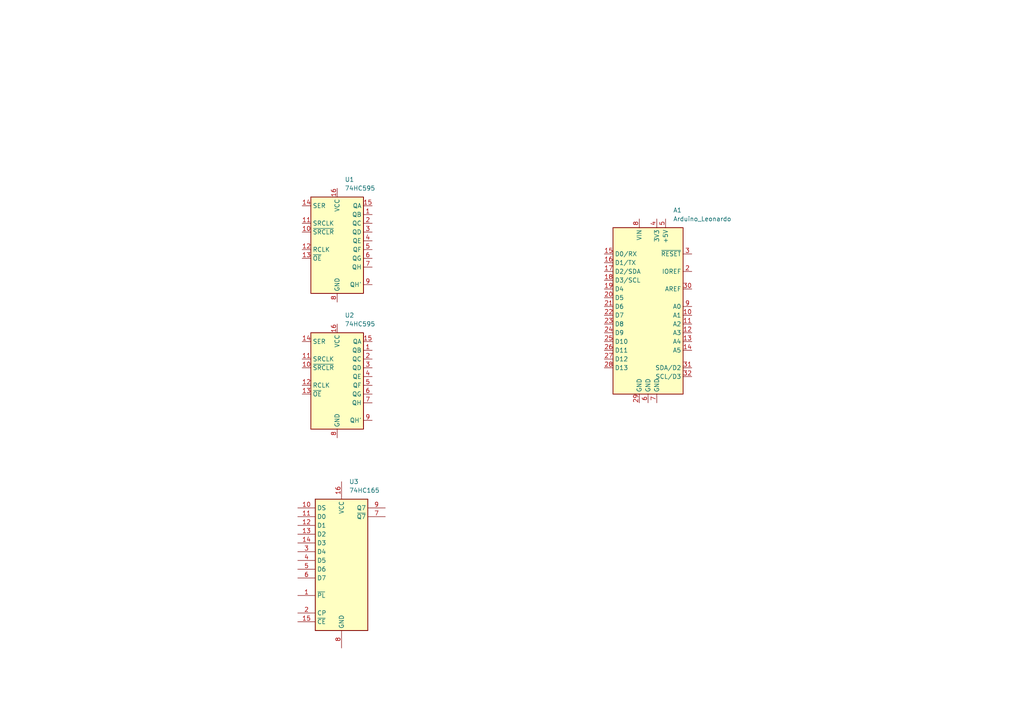
<source format=kicad_sch>
(kicad_sch (version 20230121) (generator eeschema)
  (paper "A4")
  (lib_symbols
    (symbol "74xx:74HC165"
      (property "Reference" "U" (at -7.62 19.05 0))
      (property "Value" "74HC165" (at -7.62 -21.59 0))
      (symbol "74HC165_1_0"
        (pin input line (at -12.7 -10.16 0) (length 5.08) (name "~{PL}") (number "1"))
        (pin input line (at -12.7 15.24 0) (length 5.08) (name "DS") (number "10"))
        (pin input line (at -12.7 12.7 0) (length 5.08) (name "D0") (number "11"))
        (pin input line (at -12.7 10.16 0) (length 5.08) (name "D1") (number "12"))
        (pin input line (at -12.7 7.62 0) (length 5.08) (name "D2") (number "13"))
        (pin input line (at -12.7 5.08 0) (length 5.08) (name "D3") (number "14"))
        (pin input line (at -12.7 -17.78 0) (length 5.08) (name "~{CE}") (number "15"))
        (pin power_in line (at 0 22.86 270) (length 5.08) (name "VCC") (number "16"))
        (pin input line (at -12.7 -15.24 0) (length 5.08) (name "CP") (number "2"))
        (pin input line (at -12.7 2.54 0) (length 5.08) (name "D4") (number "3"))
        (pin input line (at -12.7 0 0) (length 5.08) (name "D5") (number "4"))
        (pin input line (at -12.7 -2.54 0) (length 5.08) (name "D6") (number "5"))
        (pin input line (at -12.7 -5.08 0) (length 5.08) (name "D7") (number "6"))
        (pin output line (at 12.7 12.7 180) (length 5.08) (name "~{Q7}") (number "7"))
        (pin power_in line (at 0 -25.4 90) (length 5.08) (name "GND") (number "8"))
        (pin output line (at 12.7 15.24 180) (length 5.08) (name "Q7") (number "9"))
      )
      (symbol "74HC165_1_1"
        (rectangle (start -7.62 17.78) (end 7.62 -20.32) (stroke (width 0.254)) (fill (type background)))
      )
    )
    (symbol "74xx:74HC595"
      (property "Reference" "U" (at -7.62 13.97 0))
      (property "Value" "74HC595" (at -7.62 -16.51 0))
      (symbol "74HC595_1_0"
        (pin tri_state line (at 10.16 7.62 180) (length 2.54) (name "QB") (number "1"))
        (pin input line (at -10.16 2.54 0) (length 2.54) (name "~{SRCLR}") (number "10"))
        (pin input line (at -10.16 5.08 0) (length 2.54) (name "SRCLK") (number "11"))
        (pin input line (at -10.16 -2.54 0) (length 2.54) (name "RCLK") (number "12"))
        (pin input line (at -10.16 -5.08 0) (length 2.54) (name "~{OE}") (number "13"))
        (pin input line (at -10.16 10.16 0) (length 2.54) (name "SER") (number "14"))
        (pin tri_state line (at 10.16 10.16 180) (length 2.54) (name "QA") (number "15"))
        (pin power_in line (at 0 15.24 270) (length 2.54) (name "VCC") (number "16"))
        (pin tri_state line (at 10.16 5.08 180) (length 2.54) (name "QC") (number "2"))
        (pin tri_state line (at 10.16 2.54 180) (length 2.54) (name "QD") (number "3"))
        (pin tri_state line (at 10.16 0 180) (length 2.54) (name "QE") (number "4"))
        (pin tri_state line (at 10.16 -2.54 180) (length 2.54) (name "QF") (number "5"))
        (pin tri_state line (at 10.16 -5.08 180) (length 2.54) (name "QG") (number "6"))
        (pin tri_state line (at 10.16 -7.62 180) (length 2.54) (name "QH") (number "7"))
        (pin power_in line (at 0 -17.78 90) (length 2.54) (name "GND") (number "8"))
        (pin output line (at 10.16 -12.7 180) (length 2.54) (name "QH'") (number "9"))
      )
      (symbol "74HC595_1_1"
        (rectangle (start -7.62 12.7) (end 7.62 -15.24) (stroke (width 0.254)) (fill (type background)))
      )
    )
    (symbol "MCU_Module:Arduino_Leonardo"
      (property "Reference" "A" (at -10.16 23.495 0))
      (property "Value" "Arduino_Leonardo" (at 5.08 -26.67 0))
      (symbol "Arduino_Leonardo_0_1"
        (rectangle (start -10.16 22.86) (end 10.16 -25.4) (stroke (width 0.254)) (fill (type background)))
      )
      (symbol "Arduino_Leonardo_1_1"
        (pin no_connect line (at -10.16 -20.32 0) (length 2.54) hide (name "NC") (number "1"))
        (pin bidirectional line (at 12.7 -2.54 180) (length 2.54) (name "A1") (number "10"))
        (pin bidirectional line (at 12.7 -5.08 180) (length 2.54) (name "A2") (number "11"))
        (pin bidirectional line (at 12.7 -7.62 180) (length 2.54) (name "A3") (number "12"))
        (pin bidirectional line (at 12.7 -10.16 180) (length 2.54) (name "A4") (number "13"))
        (pin bidirectional line (at 12.7 -12.7 180) (length 2.54) (name "A5") (number "14"))
        (pin bidirectional line (at -12.7 15.24 0) (length 2.54) (name "D0/RX") (number "15"))
        (pin bidirectional line (at -12.7 12.7 0) (length 2.54) (name "D1/TX") (number "16"))
        (pin bidirectional line (at -12.7 10.16 0) (length 2.54) (name "D2/SDA") (number "17"))
        (pin bidirectional line (at -12.7 7.62 0) (length 2.54) (name "D3/SCL") (number "18"))
        (pin bidirectional line (at -12.7 5.08 0) (length 2.54) (name "D4") (number "19"))
        (pin output line (at 12.7 10.16 180) (length 2.54) (name "IOREF") (number "2"))
        (pin bidirectional line (at -12.7 2.54 0) (length 2.54) (name "D5") (number "20"))
        (pin bidirectional line (at -12.7 0 0) (length 2.54) (name "D6") (number "21"))
        (pin bidirectional line (at -12.7 -2.54 0) (length 2.54) (name "D7") (number "22"))
        (pin bidirectional line (at -12.7 -5.08 0) (length 2.54) (name "D8") (number "23"))
        (pin bidirectional line (at -12.7 -7.62 0) (length 2.54) (name "D9") (number "24"))
        (pin bidirectional line (at -12.7 -10.16 0) (length 2.54) (name "D10") (number "25"))
        (pin bidirectional line (at -12.7 -12.7 0) (length 2.54) (name "D11") (number "26"))
        (pin bidirectional line (at -12.7 -15.24 0) (length 2.54) (name "D12") (number "27"))
        (pin bidirectional line (at -12.7 -17.78 0) (length 2.54) (name "D13") (number "28"))
        (pin power_in line (at -2.54 -27.94 90) (length 2.54) (name "GND") (number "29"))
        (pin input line (at 12.7 15.24 180) (length 2.54) (name "~{RESET}") (number "3"))
        (pin input line (at 12.7 5.08 180) (length 2.54) (name "AREF") (number "30"))
        (pin bidirectional line (at 12.7 -17.78 180) (length 2.54) (name "SDA/D2") (number "31"))
        (pin bidirectional line (at 12.7 -20.32 180) (length 2.54) (name "SCL/D3") (number "32"))
        (pin power_out line (at 2.54 25.4 270) (length 2.54) (name "3V3") (number "4"))
        (pin power_out line (at 5.08 25.4 270) (length 2.54) (name "+5V") (number "5"))
        (pin power_in line (at 0 -27.94 90) (length 2.54) (name "GND") (number "6"))
        (pin power_in line (at 2.54 -27.94 90) (length 2.54) (name "GND") (number "7"))
        (pin power_in line (at -2.54 25.4 270) (length 2.54) (name "VIN") (number "8"))
        (pin bidirectional line (at 12.7 0 180) (length 2.54) (name "A0") (number "9"))
      )
    )
  )
  (symbol (lib_id "74xx:74HC165") (at 99.06 162.56 0) (unit 1)
    (property "Reference" "U3" (at 101.2541 139.7 0) (effects (justify left)))
    (property "Value" "74HC165" (at 101.2541 142.24 0) (effects (justify left)))
    (property "Datasheet" "https://assets.nexperia.com/documents/data-sheet/74HC_HCT165.pdf" (effects hide))
  )
  (symbol (lib_id "74xx:74HC595") (at 97.79 69.85 0) (unit 1)
    (property "Reference" "U1" (at 99.9841 52.07 0) (effects (justify left)))
    (property "Value" "74HC595" (at 99.9841 54.61 0) (effects (justify left)))
    (property "Datasheet" "http://www.ti.com/lit/ds/symlink/sn74hc595.pdf" (effects hide))
  )
  (symbol (lib_id "74xx:74HC595") (at 97.79 109.22 0) (unit 1)
    (property "Reference" "U2" (at 99.9841 91.44 0) (effects (justify left)))
    (property "Value" "74HC595" (at 99.9841 93.98 0) (effects (justify left)))
    (property "Datasheet" "http://www.ti.com/lit/ds/symlink/sn74hc595.pdf" (effects hide))
  )
  (symbol (lib_id "MCU_Module:Arduino_Leonardo") (at 187.96 88.9 0) (unit 1)
    (property "Reference" "A1" (at 195.2341 60.96 0) (effects (justify left)))
    (property "Value" "Arduino_Leonardo" (at 195.2341 63.5 0) (effects (justify left)))
    (property "Footprint" "Module:Arduino_UNO_R3" (effects hide))
    (property "Datasheet" "https://www.arduino.cc/en/Main/ArduinoBoardLeonardo" (effects hide))
  )
)
</source>
